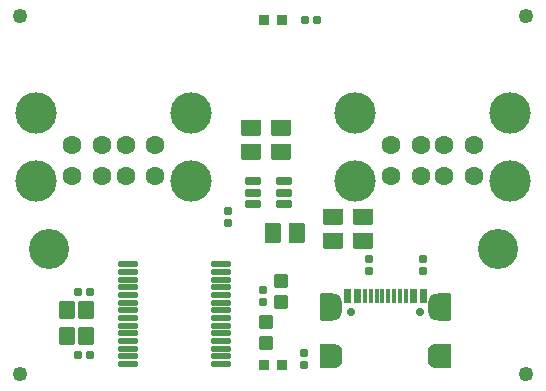
<source format=gbr>
%TF.GenerationSoftware,KiCad,Pcbnew,7.0.9-7.0.9~ubuntu22.04.1*%
%TF.CreationDate,2024-01-26T14:57:21+02:00*%
%TF.ProjectId,USB-NeoHUB_Rev_A,5553422d-4e65-46f4-9855-425f5265765f,A*%
%TF.SameCoordinates,PX5cfbb60PY69925e0*%
%TF.FileFunction,Soldermask,Top*%
%TF.FilePolarity,Negative*%
%FSLAX46Y46*%
G04 Gerber Fmt 4.6, Leading zero omitted, Abs format (unit mm)*
G04 Created by KiCad (PCBNEW 7.0.9-7.0.9~ubuntu22.04.1) date 2024-01-26 14:57:21*
%MOMM*%
%LPD*%
G01*
G04 APERTURE LIST*
G04 Aperture macros list*
%AMRoundRect*
0 Rectangle with rounded corners*
0 $1 Rounding radius*
0 $2 $3 $4 $5 $6 $7 $8 $9 X,Y pos of 4 corners*
0 Add a 4 corners polygon primitive as box body*
4,1,4,$2,$3,$4,$5,$6,$7,$8,$9,$2,$3,0*
0 Add four circle primitives for the rounded corners*
1,1,$1+$1,$2,$3*
1,1,$1+$1,$4,$5*
1,1,$1+$1,$6,$7*
1,1,$1+$1,$8,$9*
0 Add four rect primitives between the rounded corners*
20,1,$1+$1,$2,$3,$4,$5,0*
20,1,$1+$1,$4,$5,$6,$7,0*
20,1,$1+$1,$6,$7,$8,$9,0*
20,1,$1+$1,$8,$9,$2,$3,0*%
G04 Aperture macros list end*
%ADD10RoundRect,0.050800X0.600000X-0.275000X0.600000X0.275000X-0.600000X0.275000X-0.600000X-0.275000X0*%
%ADD11C,3.401601*%
%ADD12RoundRect,0.050800X0.250000X0.275000X-0.250000X0.275000X-0.250000X-0.275000X0.250000X-0.275000X0*%
%ADD13RoundRect,0.050800X-0.250000X-0.275000X0.250000X-0.275000X0.250000X0.275000X-0.250000X0.275000X0*%
%ADD14RoundRect,0.050800X-0.275000X0.250000X-0.275000X-0.250000X0.275000X-0.250000X0.275000X0.250000X0*%
%ADD15RoundRect,0.050800X0.275000X-0.250000X0.275000X0.250000X-0.275000X0.250000X-0.275000X-0.250000X0*%
%ADD16C,1.254000*%
%ADD17C,3.501600*%
%ADD18C,1.601600*%
%ADD19RoundRect,0.050800X-0.800000X-0.162500X0.800000X-0.162500X0.800000X0.162500X-0.800000X0.162500X0*%
%ADD20C,0.701600*%
%ADD21RoundRect,0.050800X-0.550000X-1.100000X0.550000X-1.100000X0.550000X1.100000X-0.550000X1.100000X0*%
%ADD22O,1.301600X2.301600*%
%ADD23RoundRect,0.050800X-0.550000X-1.000000X0.550000X-1.000000X0.550000X1.000000X-0.550000X1.000000X0*%
%ADD24O,1.401600X2.101600*%
%ADD25RoundRect,0.050800X-0.150000X-0.575000X0.150000X-0.575000X0.150000X0.575000X-0.150000X0.575000X0*%
%ADD26RoundRect,0.050800X-0.125000X-0.575000X0.125000X-0.575000X0.125000X0.575000X-0.125000X0.575000X0*%
%ADD27RoundRect,0.050800X-0.400000X-0.400000X0.400000X-0.400000X0.400000X0.400000X-0.400000X0.400000X0*%
%ADD28RoundRect,0.050800X0.762000X0.635000X-0.762000X0.635000X-0.762000X-0.635000X0.762000X-0.635000X0*%
%ADD29RoundRect,0.050800X0.508000X-0.508000X0.508000X0.508000X-0.508000X0.508000X-0.508000X-0.508000X0*%
%ADD30RoundRect,0.050800X-0.600000X0.700000X-0.600000X-0.700000X0.600000X-0.700000X0.600000X0.700000X0*%
%ADD31RoundRect,0.050800X0.635000X-0.762000X0.635000X0.762000X-0.635000X0.762000X-0.635000X-0.762000X0*%
%ADD32RoundRect,0.050800X-0.508000X0.508000X-0.508000X-0.508000X0.508000X-0.508000X0.508000X0.508000X0*%
G04 APERTURE END LIST*
D10*
X23912000Y16024000D03*
X23912000Y16974000D03*
X23912000Y17924000D03*
X21311800Y17924000D03*
X21311800Y16974000D03*
X21311800Y16024000D03*
D11*
X42000000Y12200000D03*
D12*
X25690000Y31579000D03*
D13*
X26706000Y31579000D03*
D14*
X19213000Y14434000D03*
D15*
X19213000Y15450000D03*
D14*
X22134000Y7703000D03*
D15*
X22134000Y8719000D03*
D16*
X44400000Y1600000D03*
D17*
X43070000Y18000000D03*
X43070000Y23700000D03*
X29930000Y18000000D03*
X29930000Y23700000D03*
D18*
X40000000Y18380000D03*
X37500000Y18380000D03*
X35500000Y18380000D03*
X33000000Y18380000D03*
X40000000Y21000000D03*
X37500000Y21000000D03*
X35500000Y21000000D03*
X33000000Y21000000D03*
D15*
X35723000Y11386000D03*
D14*
X35723000Y10370000D03*
D15*
X31151000Y11386000D03*
D14*
X31151000Y10370000D03*
D19*
X10741000Y10912000D03*
X10741000Y10262000D03*
X10741000Y9612000D03*
X10741000Y8962000D03*
X10741000Y8312000D03*
X10741000Y7662000D03*
X10741000Y7012000D03*
X10741000Y6362000D03*
X10741000Y5712000D03*
X10741000Y5062000D03*
X10741000Y4412000D03*
X10741000Y3762000D03*
X10741000Y3112000D03*
X10741000Y2462000D03*
X18541000Y2462000D03*
X18541000Y3112000D03*
X18541000Y3762000D03*
X18541000Y4412000D03*
X18541000Y5062000D03*
X18541000Y5712000D03*
X18541000Y6362000D03*
X18541000Y7012000D03*
X18541000Y7662000D03*
X18541000Y8312000D03*
X18541000Y8962000D03*
X18541000Y9612000D03*
X18541000Y10262000D03*
X18541000Y10912000D03*
D20*
X35390000Y6830000D03*
X29610000Y6830000D03*
D21*
X37427600Y7330000D03*
D22*
X36820000Y7330000D03*
X28180000Y7330000D03*
D21*
X27572400Y7330000D03*
D23*
X37427600Y3150000D03*
D24*
X36820000Y3150000D03*
X28180000Y3150000D03*
D23*
X27572400Y3150000D03*
D25*
X29175000Y8232000D03*
X29975000Y8232000D03*
D26*
X31250000Y8232000D03*
X32250000Y8232000D03*
X32750000Y8232000D03*
X33750000Y8232000D03*
D25*
X35025000Y8232000D03*
X35825000Y8232000D03*
X35575000Y8232000D03*
X34775000Y8232000D03*
D26*
X34250000Y8232000D03*
X33250000Y8232000D03*
X31750000Y8232000D03*
X30750000Y8232000D03*
D25*
X30225000Y8232000D03*
X29425000Y8232000D03*
D17*
X16070000Y18000000D03*
X16070000Y23700000D03*
X2930000Y18000000D03*
X2930000Y23700000D03*
D18*
X13000000Y18380000D03*
X10500000Y18380000D03*
X8500000Y18380000D03*
X6000000Y18380000D03*
X13000000Y21000000D03*
X10500000Y21000000D03*
X8500000Y21000000D03*
X6000000Y21000000D03*
D16*
X1600000Y1600000D03*
D27*
X23762000Y31600000D03*
X22238000Y31600000D03*
D28*
X30643000Y12910000D03*
X30643000Y14942000D03*
D14*
X25600000Y2392000D03*
D15*
X25600000Y3408000D03*
D16*
X44400000Y31900000D03*
D28*
X21118000Y20403000D03*
X21118000Y22435000D03*
D29*
X23658000Y7703000D03*
X23658000Y9481000D03*
D11*
X4000000Y12200000D03*
D12*
X6513000Y8592000D03*
D13*
X7529000Y8592000D03*
D30*
X5586000Y7025000D03*
X7186000Y4825000D03*
X7186000Y7025000D03*
X5586000Y4825000D03*
D31*
X23023000Y13545000D03*
X25055000Y13545000D03*
D28*
X28103000Y12910000D03*
X28103000Y14942000D03*
D13*
X7529000Y3258000D03*
D12*
X6513000Y3258000D03*
D28*
X23658000Y20403000D03*
X23658000Y22435000D03*
D32*
X22388000Y6052000D03*
X22388000Y4274000D03*
D27*
X23762000Y2400000D03*
X22238000Y2400000D03*
D16*
X1600000Y31900000D03*
M02*

</source>
